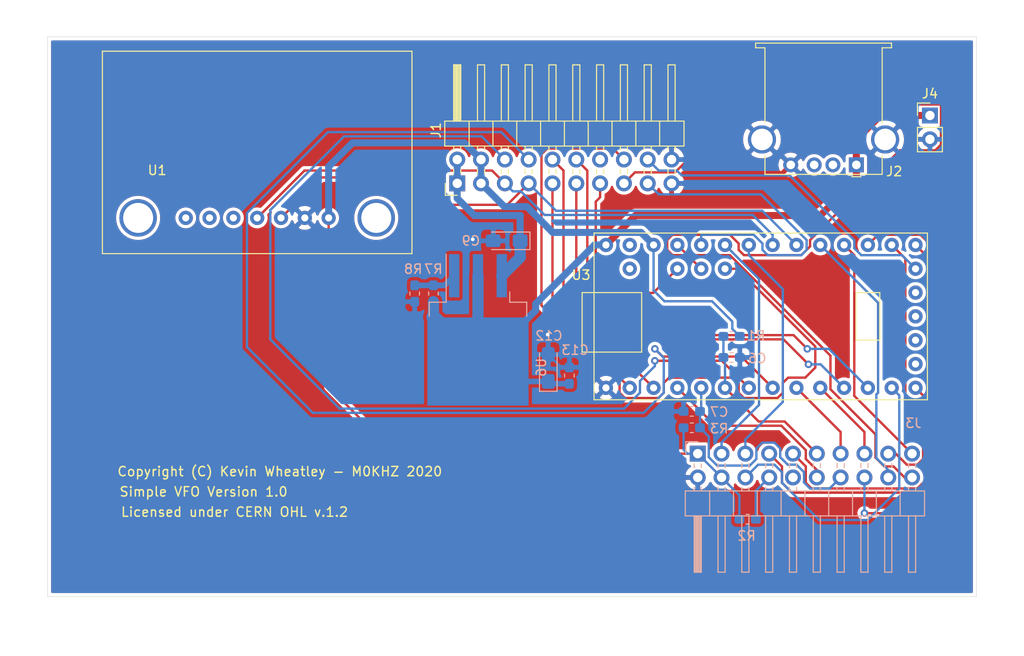
<source format=kicad_pcb>
(kicad_pcb (version 20171130) (host pcbnew "(5.1.4-0)")
  (layers (0 F.Cu signal) (31 B.Cu signal) (34 B.Paste user) (35 F.Paste user) (36 B.SilkS user) (37 F.SilkS user) (38 B.Mask user) (39 F.Mask user) (44 Edge.Cuts user))
  (net 0 "")
  (net 1 ENC_A)
  (net 2 ENC_B)
  (net 3 RAW)
  (net 4 "Net-(J2-Pad2)")
  (net 5 "Net-(J2-Pad3)")
  (net 6 +3V3)
  (net 7 CS)
  (net 8 DC_RS)
  (net 9 SDI_MOSI)
  (net 10 SCK)
  (net 11 "Net-(J3-Pad8)")
  (net 12 SDO_MOSO)
  (net 13 "Net-(J3-Pad10)")
  (net 14 ENC_SW)
  (net 15 btnRIGHT)
  (net 16 btnUP)
  (net 17 btnDOWN)
  (net 18 btnLEFT)
  (net 19 btnToneBurst)
  (net 20 "Net-(R7-Pad2)")
  (net 21 GPS_RX)
  (net 22 GPS_TX)
  (net 23 "Net-(U3-Pad15)")
  (net 24 "Net-(U3-Pad16)")
  (net 25 "Net-(U3-Pad17)")
  (net 26 "Net-(U3-Pad18)")
  (net 27 "Net-(U3-Pad32)")
  (net 28 "Net-(U3-Pad34)")
  (net 29 GNDD)
  (net 30 SCL)
  (net 31 SDA)
  (net 32 A14_DAC)
  (net 33 "Net-(J1-Pad14)")
  (net 34 +13V8)
  (net 35 AREF)
  (net 36 TX2)
  (net 37 A11)
  (net 38 RX2)
  (net 39 A10)
  (net 40 TX1)
  (net 41 RX1)
  (net 42 PIN22)
  (net 43 PIN6)
  (net 44 PIN5)
  (net 45 "Net-(U1-Pad3)")
  (net 46 "Net-(U1-Pad2)")
  (net 47 "Net-(U1-Pad1)")
  (module m0khz-footprint:Teensy_3_2 (layer F.Cu) (at 101.46 128.87)
    (fp_text reference U3 (at -17.894 -4.41 180) (layer F.SilkS))
    (fp_text value Teensy_3_2)
    (pad 1 thru_hole circle (at -15.24 7.62) (size 1.524 1.524) (drill 0.762) (layers *.Cu *.Mask) (net 29 GNDD))
    (pad 2 thru_hole circle (at -12.7 7.62) (size 1.524 1.524) (drill 0.762) (layers *.Cu *.Mask) (net 41 RX1))
    (pad 3 thru_hole circle (at -10.16 7.62) (size 1.524 1.524) (drill 0.762) (layers *.Cu *.Mask) (net 40 TX1))
    (pad 4 thru_hole circle (at -7.62 7.62) (size 1.524 1.524) (drill 0.762) (layers *.Cu *.Mask) (net 14 ENC_SW))
    (pad 5 thru_hole circle (at -5.08 7.62) (size 1.524 1.524) (drill 0.762) (layers *.Cu *.Mask) (net 2 ENC_B))
    (pad 6 thru_hole circle (at -2.54 7.62) (size 1.524 1.524) (drill 0.762) (layers *.Cu *.Mask) (net 1 ENC_A))
    (pad 7 thru_hole circle (at 0 7.62) (size 1.524 1.524) (drill 0.762) (layers *.Cu *.Mask) (net 44 PIN5))
    (pad 8 thru_hole circle (at 2.54 7.62) (size 1.524 1.524) (drill 0.762) (layers *.Cu *.Mask) (net 43 PIN6))
    (pad 9 thru_hole circle (at 5.08 7.62) (size 1.524 1.524) (drill 0.762) (layers *.Cu *.Mask) (net 21 GPS_RX))
    (pad 10 thru_hole circle (at 7.62 7.62) (size 1.524 1.524) (drill 0.762) (layers *.Cu *.Mask) (net 22 GPS_TX))
    (pad 11 thru_hole circle (at 10.16 7.62) (size 1.524 1.524) (drill 0.762) (layers *.Cu *.Mask) (net 38 RX2))
    (pad 12 thru_hole circle (at 12.7 7.62) (size 1.524 1.524) (drill 0.762) (layers *.Cu *.Mask) (net 36 TX2))
    (pad 13 thru_hole circle (at 15.24 7.62) (size 1.524 1.524) (drill 0.762) (layers *.Cu *.Mask) (net 9 SDI_MOSI))
    (pad 14 thru_hole circle (at 17.78 7.62) (size 1.524 1.524) (drill 0.762) (layers *.Cu *.Mask) (net 12 SDO_MOSO))
    (pad 15 thru_hole circle (at 17.78 5.08) (size 1.524 1.524) (drill 0.762) (layers *.Cu *.Mask) (net 23 "Net-(U3-Pad15)"))
    (pad 16 thru_hole circle (at 17.78 2.54) (size 1.524 1.524) (drill 0.762) (layers *.Cu *.Mask) (net 24 "Net-(U3-Pad16)"))
    (pad 17 thru_hole circle (at 17.78 0) (size 1.524 1.524) (drill 0.762) (layers *.Cu *.Mask) (net 25 "Net-(U3-Pad17)"))
    (pad 18 thru_hole circle (at 17.78 -2.54) (size 1.524 1.524) (drill 0.762) (layers *.Cu *.Mask) (net 26 "Net-(U3-Pad18)"))
    (pad 19 thru_hole circle (at 17.78 -5.08) (size 1.524 1.524) (drill 0.762) (layers *.Cu *.Mask) (net 32 A14_DAC))
    (pad 20 thru_hole circle (at 17.78 -7.62) (size 1.524 1.524) (drill 0.762) (layers *.Cu *.Mask) (net 10 SCK))
    (pad 21 thru_hole circle (at 15.24 -7.62) (size 1.524 1.524) (drill 0.762) (layers *.Cu *.Mask) (net 15 btnRIGHT))
    (pad 22 thru_hole circle (at 12.7 -7.62) (size 1.524 1.524) (drill 0.762) (layers *.Cu *.Mask) (net 16 btnUP))
    (pad 23 thru_hole circle (at 10.16 -7.62) (size 1.524 1.524) (drill 0.762) (layers *.Cu *.Mask) (net 17 btnDOWN))
    (pad 24 thru_hole circle (at 7.62 -7.62) (size 1.524 1.524) (drill 0.762) (layers *.Cu *.Mask) (net 18 btnLEFT))
    (pad 25 thru_hole circle (at 5.08 -7.62) (size 1.524 1.524) (drill 0.762) (layers *.Cu *.Mask) (net 31 SDA))
    (pad 26 thru_hole circle (at 2.54 -7.62) (size 1.524 1.524) (drill 0.762) (layers *.Cu *.Mask) (net 30 SCL))
    (pad 27 thru_hole circle (at 0 -7.62) (size 1.524 1.524) (drill 0.762) (layers *.Cu *.Mask) (net 8 DC_RS))
    (pad 28 thru_hole circle (at -2.54 -7.62) (size 1.524 1.524) (drill 0.762) (layers *.Cu *.Mask) (net 7 CS))
    (pad 29 thru_hole circle (at -5.08 -7.62) (size 1.524 1.524) (drill 0.762) (layers *.Cu *.Mask) (net 42 PIN22))
    (pad 30 thru_hole circle (at -7.62 -7.62) (size 1.524 1.524) (drill 0.762) (layers *.Cu *.Mask) (net 19 btnToneBurst))
    (pad 31 thru_hole circle (at -10.16 -7.62) (size 1.524 1.524) (drill 0.762) (layers *.Cu *.Mask) (net 6 +3V3))
    (pad 32 thru_hole circle (at -12.7 -7.62) (size 1.524 1.524) (drill 0.762) (layers *.Cu *.Mask) (net 27 "Net-(U3-Pad32)"))
    (pad 33 thru_hole circle (at -15.24 -7.62) (size 1.524 1.524) (drill 0.762) (layers *.Cu *.Mask) (net 3 RAW))
    (pad 34 thru_hole circle (at -12.7 -5.08) (size 1.524 1.524) (drill 0.762) (layers *.Cu *.Mask) (net 28 "Net-(U3-Pad34)"))
    (pad 35 thru_hole circle (at -7.62 -5.08) (size 1.524 1.524) (drill 0.762) (layers *.Cu *.Mask) (net 35 AREF))
    (pad 36 thru_hole circle (at -5.08 -5.08) (size 1.524 1.524) (drill 0.762) (layers *.Cu *.Mask) (net 39 A10))
    (pad 37 thru_hole circle (at -2.54 -5.08) (size 1.524 1.524) (drill 0.762) (layers *.Cu *.Mask) (net 37 A11))
  )
  (module m0khz-footprint:Adafruit_Si5351_Module (layer F.Cu) (at 45.212 113.284 90)
    (fp_text reference U1 (at 0 -6.858) (layer F.SilkS))
    (fp_text value Adafruit_Si5351_Module)
    (pad "" np_thru_hole circle (at -5.08 16.51 90) (size 4 4) (drill 3.2) (layers *.Cu *.Mask))
    (pad "" np_thru_hole circle (at -5.08 -8.89 90) (size 4 4) (drill 3.2) (layers *.Cu *.Mask))
    (pad 7 thru_hole circle (at -5.08 11.43 90) (size 1.524 1.524) (drill 0.762) (layers *.Cu *.Mask) (net 6 +3V3))
    (pad 6 thru_hole circle (at -5.08 8.89 90) (size 1.524 1.524) (drill 0.762) (layers *.Cu *.Mask) (net 29 GNDD))
    (pad 5 thru_hole circle (at -5.08 6.35 90) (size 1.524 1.524) (drill 0.762) (layers *.Cu *.Mask) (net 31 SDA))
    (pad 4 thru_hole circle (at -5.08 3.81 90) (size 1.524 1.524) (drill 0.762) (layers *.Cu *.Mask) (net 30 SCL))
    (pad 3 thru_hole circle (at -5.08 1.27 90) (size 1.524 1.524) (drill 0.762) (layers *.Cu *.Mask) (net 45 "Net-(U1-Pad3)"))
    (pad 2 thru_hole circle (at -5.08 -1.27 90) (size 1.524 1.524) (drill 0.762) (layers *.Cu *.Mask) (net 46 "Net-(U1-Pad2)"))
    (pad 1 thru_hole circle (at -5.08 -3.81 90) (size 1.524 1.524) (drill 0.762) (layers *.Cu *.Mask) (net 47 "Net-(U1-Pad1)"))
  )
  (module Connector_PinHeader_2.54mm:PinHeader_2x10_P2.54mm_Horizontal (layer F.Cu) (at 70.358 114.681 90)
    (fp_text reference J1 (at 5.655 -2.27 90) (layer F.SilkS))
    (fp_text value Conn)
    (pad 20 thru_hole oval (at 2.54 22.86 90) (size 1.7 1.7) (drill 1) (layers *.Cu *.Mask) (net 29 GNDD))
    (pad 19 thru_hole oval (at 0 22.86 90) (size 1.7 1.7) (drill 1) (layers *.Cu *.Mask) (net 29 GNDD))
    (pad 18 thru_hole oval (at 2.54 20.32 90) (size 1.7 1.7) (drill 1) (layers *.Cu *.Mask) (net 32 A14_DAC))
    (pad 17 thru_hole oval (at 0 20.32 90) (size 1.7 1.7) (drill 1) (layers *.Cu *.Mask) (net 42 PIN22))
    (pad 16 thru_hole oval (at 2.54 17.78 90) (size 1.7 1.7) (drill 1) (layers *.Cu *.Mask) (net 37 A11))
    (pad 15 thru_hole oval (at 0 17.78 90) (size 1.7 1.7) (drill 1) (layers *.Cu *.Mask) (net 39 A10))
    (pad 14 thru_hole oval (at 2.54 15.24 90) (size 1.7 1.7) (drill 1) (layers *.Cu *.Mask) (net 33 "Net-(J1-Pad14)"))
    (pad 13 thru_hole oval (at 0 15.24 90) (size 1.7 1.7) (drill 1) (layers *.Cu *.Mask) (net 35 AREF))
    (pad 12 thru_hole oval (at 2.54 12.7 90) (size 1.7 1.7) (drill 1) (layers *.Cu *.Mask) (net 36 TX2))
    (pad 11 thru_hole oval (at 0 12.7 90) (size 1.7 1.7) (drill 1) (layers *.Cu *.Mask) (net 38 RX2))
    (pad 10 thru_hole oval (at 2.54 10.16 90) (size 1.7 1.7) (drill 1) (layers *.Cu *.Mask) (net 40 TX1))
    (pad 9 thru_hole oval (at 0 10.16 90) (size 1.7 1.7) (drill 1) (layers *.Cu *.Mask) (net 41 RX1))
    (pad 8 thru_hole oval (at 2.54 7.62 90) (size 1.7 1.7) (drill 1) (layers *.Cu *.Mask) (net 43 PIN6))
    (pad 7 thru_hole oval (at 0 7.62 90) (size 1.7 1.7) (drill 1) (layers *.Cu *.Mask) (net 31 SDA))
    (pad 6 thru_hole oval (at 2.54 5.08 90) (size 1.7 1.7) (drill 1) (layers *.Cu *.Mask) (net 44 PIN5))
    (pad 5 thru_hole oval (at 0 5.08 90) (size 1.7 1.7) (drill 1) (layers *.Cu *.Mask) (net 30 SCL))
    (pad 4 thru_hole oval (at 2.54 2.54 90) (size 1.7 1.7) (drill 1) (layers *.Cu *.Mask) (net 6 +3V3))
    (pad 3 thru_hole oval (at 0 2.54 90) (size 1.7 1.7) (drill 1) (layers *.Cu *.Mask) (net 6 +3V3))
    (pad 2 thru_hole oval (at 2.54 0 90) (size 1.7 1.7) (drill 1) (layers *.Cu *.Mask) (net 34 +13V8))
    (pad 1 thru_hole rect (at 0 0 90) (size 1.7 1.7) (drill 1) (layers *.Cu *.Mask) (net 34 +13V8))
  )
  (module Capacitor_SMD:C_0603_1608Metric_Pad1.05x0.95mm_HandSolder (layer B.Cu) (at 99.625 133.25 180)
    (fp_text reference C6 (at -2.737 -0.1) (layer B.SilkS) (effects (justify mirror)))
    (fp_text value 100n)
    (pad 2 smd roundrect (at 0.875 0 180) (size 1.05 0.95) (layers B.Cu B.Paste B.Mask) (net 1 ENC_A))
    (pad 1 smd roundrect (at -0.875 0 180) (size 1.05 0.95) (layers B.Cu B.Paste B.Mask) (net 29 GNDD))
  )
  (module Capacitor_SMD:C_0603_1608Metric_Pad1.05x0.95mm_HandSolder (layer B.Cu) (at 95.375 139)
    (fp_text reference C7 (at 2.923 0.065) (layer B.SilkS) (effects (justify mirror)))
    (fp_text value 100n)
    (pad 1 smd roundrect (at -0.875 0) (size 1.05 0.95) (layers B.Cu B.Paste B.Mask) (net 29 GNDD))
    (pad 2 smd roundrect (at 0.875 0) (size 1.05 0.95) (layers B.Cu B.Paste B.Mask) (net 2 ENC_B))
  )
  (module Capacitor_Tantalum_SMD:CP_EIA-3216-12_Kemet-S_Pad1.58x1.35mm_HandSolder (layer B.Cu) (at 75.6325 120.808 180)
    (fp_text reference C9 (at 3.8125 0 180) (layer B.SilkS) (effects (justify mirror)))
    (fp_text value "10uF elec")
    (pad 1 smd roundrect (at -1.4375 0 180) (size 1.575 1.35) (layers B.Cu B.Paste B.Mask) (roundrect_rratio 0.185185) (net 34 +13V8))
    (pad 2 smd roundrect (at 1.4375 0 180) (size 1.575 1.35) (layers B.Cu B.Paste B.Mask) (roundrect_rratio 0.185185) (net 29 GNDD))
  )
  (module Capacitor_Tantalum_SMD:CP_EIA-3216-12_Kemet-S_Pad1.58x1.35mm_HandSolder (layer B.Cu) (at 80.07 134.3705 90)
    (fp_text reference C12 (at 3.4335 0.067) (layer B.SilkS) (effects (justify mirror)))
    (fp_text value "10uF Tant")
    (pad 2 smd roundrect (at 1.4375 0 90) (size 1.575 1.35) (layers B.Cu B.Paste B.Mask) (roundrect_rratio 0.185185) (net 29 GNDD))
    (pad 1 smd roundrect (at -1.4375 0 90) (size 1.575 1.35) (layers B.Cu B.Paste B.Mask) (roundrect_rratio 0.185185) (net 3 RAW))
  )
  (module Capacitor_SMD:C_0603_1608Metric_Pad1.05x0.95mm_HandSolder (layer B.Cu) (at 82.32 135.183 270)
    (fp_text reference C13 (at -2.722 -0.611) (layer B.SilkS) (effects (justify mirror)))
    (fp_text value 100n)
    (pad 1 smd roundrect (at -0.875 0 270) (size 1.05 0.95) (layers B.Cu B.Paste B.Mask) (net 29 GNDD))
    (pad 2 smd roundrect (at 0.875 0 270) (size 1.05 0.95) (layers B.Cu B.Paste B.Mask) (net 3 RAW))
  )
  (module Connector_USB:USB_A_Stewart_SS-52100-001_Horizontal (layer F.Cu) (at 112.93 112.71 180)
    (fp_text reference J2 (at -4.037 -0.701) (layer F.SilkS))
    (fp_text value USB_A)
    (pad 5 thru_hole circle (at 10.07 2.71 180) (size 3 3) (drill 2.3) (layers *.Cu *.Mask) (net 29 GNDD))
    (pad 5 thru_hole circle (at -3.07 2.71 180) (size 3 3) (drill 2.3) (layers *.Cu *.Mask) (net 29 GNDD))
    (pad 1 thru_hole rect (at 0 0 180) (size 1.6 1.6) (drill 0.92) (layers *.Cu *.Mask) (net 3 RAW))
    (pad 2 thru_hole circle (at 2.5 0 180) (size 1.6 1.6) (drill 0.92) (layers *.Cu *.Mask) (net 4 "Net-(J2-Pad2)"))
    (pad 3 thru_hole circle (at 4.5 0 180) (size 1.6 1.6) (drill 0.92) (layers *.Cu *.Mask) (net 5 "Net-(J2-Pad3)"))
    (pad 4 thru_hole circle (at 7 0 180) (size 1.6 1.6) (drill 0.92) (layers *.Cu *.Mask) (net 29 GNDD))
  )
  (module Capacitor_SMD:C_0603_1608Metric_Pad1.05x0.95mm_HandSolder (layer B.Cu) (at 99.625 131 180)
    (fp_text reference R1 (at -2.61 0.063) (layer B.SilkS) (effects (justify mirror)))
    (fp_text value 10K)
    (pad 1 smd roundrect (at -0.875 0 180) (size 1.05 0.95) (layers B.Cu B.Paste B.Mask) (net 6 +3V3))
    (pad 2 smd roundrect (at 0.875 0 180) (size 1.05 0.95) (layers B.Cu B.Paste B.Mask) (net 1 ENC_A))
  )
  (module Capacitor_SMD:C_0603_1608Metric_Pad1.05x0.95mm_HandSolder (layer B.Cu) (at 101.332 150.495)
    (fp_text reference R2 (at -0.113 1.778) (layer B.SilkS) (effects (justify mirror)))
    (fp_text value 100R)
    (pad 2 smd roundrect (at 0.875 0) (size 1.05 0.95) (layers B.Cu B.Paste B.Mask) (net 11 "Net-(J3-Pad8)"))
    (pad 1 smd roundrect (at -0.875 0) (size 1.05 0.95) (layers B.Cu B.Paste B.Mask) (net 6 +3V3))
  )
  (module Capacitor_SMD:C_0603_1608Metric_Pad1.05x0.95mm_HandSolder (layer B.Cu) (at 95.375 140.75)
    (fp_text reference R3 (at 2.923 0.093) (layer B.SilkS) (effects (justify mirror)))
    (fp_text value 10K)
    (pad 2 smd roundrect (at 0.875 0) (size 1.05 0.95) (layers B.Cu B.Paste B.Mask) (net 2 ENC_B))
    (pad 1 smd roundrect (at -0.875 0) (size 1.05 0.95) (layers B.Cu B.Paste B.Mask) (net 6 +3V3))
  )
  (module Capacitor_SMD:C_0603_1608Metric_Pad1.05x0.95mm_HandSolder (layer B.Cu) (at 67.82 126.433 90)
    (fp_text reference R7 (at 2.608 -0.002) (layer B.SilkS) (effects (justify mirror)))
    (fp_text value 120R)
    (pad 2 smd roundrect (at 0.875 0 90) (size 1.05 0.95) (layers B.Cu B.Paste B.Mask) (net 20 "Net-(R7-Pad2)"))
    (pad 1 smd roundrect (at -0.875 0 90) (size 1.05 0.95) (layers B.Cu B.Paste B.Mask) (net 3 RAW))
  )
  (module Capacitor_SMD:C_0603_1608Metric_Pad1.05x0.95mm_HandSolder (layer B.Cu) (at 65.82 126.433 270)
    (fp_text reference R8 (at -2.608 0.161) (layer B.SilkS) (effects (justify mirror)))
    (fp_text value 365R)
    (pad 1 smd roundrect (at -0.875 0 270) (size 1.05 0.95) (layers B.Cu B.Paste B.Mask) (net 20 "Net-(R7-Pad2)"))
    (pad 2 smd roundrect (at 0.875 0 270) (size 1.05 0.95) (layers B.Cu B.Paste B.Mask) (net 29 GNDD))
  )
  (module Package_TO_SOT_SMD:TO-263-3_TabPin2 (layer B.Cu) (at 72.57 130.308 270)
    (fp_text reference U6 (at 4 -6.75 270) (layer B.SilkS) (effects (justify mirror)))
    (fp_text value LT1085-ADJ)
    (pad 1 smd rect (at -5.775 2.54 270) (size 4.6 1.1) (layers B.Cu B.Paste B.Mask) (net 20 "Net-(R7-Pad2)"))
    (pad 2 smd rect (at -5.775 0 270) (size 4.6 1.1) (layers B.Cu B.Paste B.Mask) (net 3 RAW))
    (pad 3 smd rect (at -5.775 -2.54 270) (size 4.6 1.1) (layers B.Cu B.Paste B.Mask) (net 34 +13V8))
    (pad 2 smd rect (at 3.375 0 270) (size 9.4 10.8) (layers B.Cu B.Mask) (net 3 RAW))
  )
  (module Connector_PinHeader_2.54mm:PinHeader_2x10_P2.54mm_Horizontal (layer B.Cu) (at 96.012 143.51 270)
    (fp_text reference J3 (at -3.25 -23 180) (layer B.SilkS) (effects (justify mirror)))
    (fp_text value Conn)
    (pad 1 thru_hole rect (at 0 0 270) (size 1.7 1.7) (drill 1) (layers *.Cu *.Mask) (net 6 +3V3))
    (pad 2 thru_hole oval (at 2.54 0 270) (size 1.7 1.7) (drill 1) (layers *.Cu *.Mask) (net 29 GNDD))
    (pad 3 thru_hole oval (at 0 -2.54 270) (size 1.7 1.7) (drill 1) (layers *.Cu *.Mask) (net 7 CS))
    (pad 4 thru_hole oval (at 2.54 -2.54 270) (size 1.7 1.7) (drill 1) (layers *.Cu *.Mask) (net 6 +3V3))
    (pad 5 thru_hole oval (at 0 -5.08 270) (size 1.7 1.7) (drill 1) (layers *.Cu *.Mask) (net 8 DC_RS))
    (pad 6 thru_hole oval (at 2.54 -5.08 270) (size 1.7 1.7) (drill 1) (layers *.Cu *.Mask) (net 9 SDI_MOSI))
    (pad 7 thru_hole oval (at 0 -7.62 270) (size 1.7 1.7) (drill 1) (layers *.Cu *.Mask) (net 10 SCK))
    (pad 8 thru_hole oval (at 2.54 -7.62 270) (size 1.7 1.7) (drill 1) (layers *.Cu *.Mask) (net 11 "Net-(J3-Pad8)"))
    (pad 9 thru_hole oval (at 0 -10.16 270) (size 1.7 1.7) (drill 1) (layers *.Cu *.Mask) (net 12 SDO_MOSO))
    (pad 10 thru_hole oval (at 2.54 -10.16 270) (size 1.7 1.7) (drill 1) (layers *.Cu *.Mask) (net 13 "Net-(J3-Pad10)"))
    (pad 11 thru_hole oval (at 0 -12.7 270) (size 1.7 1.7) (drill 1) (layers *.Cu *.Mask) (net 1 ENC_A))
    (pad 12 thru_hole oval (at 2.54 -12.7 270) (size 1.7 1.7) (drill 1) (layers *.Cu *.Mask) (net 14 ENC_SW))
    (pad 13 thru_hole oval (at 0 -15.24 270) (size 1.7 1.7) (drill 1) (layers *.Cu *.Mask) (net 21 GPS_RX))
    (pad 14 thru_hole oval (at 2.54 -15.24 270) (size 1.7 1.7) (drill 1) (layers *.Cu *.Mask) (net 2 ENC_B))
    (pad 15 thru_hole oval (at 0 -17.78 270) (size 1.7 1.7) (drill 1) (layers *.Cu *.Mask) (net 22 GPS_TX))
    (pad 16 thru_hole oval (at 2.54 -17.78 270) (size 1.7 1.7) (drill 1) (layers *.Cu *.Mask) (net 16 btnUP))
    (pad 17 thru_hole oval (at 0 -20.32 270) (size 1.7 1.7) (drill 1) (layers *.Cu *.Mask) (net 15 btnRIGHT))
    (pad 18 thru_hole oval (at 2.54 -20.32 270) (size 1.7 1.7) (drill 1) (layers *.Cu *.Mask) (net 18 btnLEFT))
    (pad 19 thru_hole oval (at 0 -22.86 270) (size 1.7 1.7) (drill 1) (layers *.Cu *.Mask) (net 17 btnDOWN))
    (pad 20 thru_hole oval (at 2.54 -22.86 270) (size 1.7 1.7) (drill 1) (layers *.Cu *.Mask) (net 19 btnToneBurst))
  )
  (module Connector_PinHeader_2.54mm:PinHeader_1x02_P2.54mm_Vertical (layer F.Cu) (at 120.777 107.442)
    (fp_text reference J4 (at 0 -2.33) (layer F.SilkS))
    (fp_text value Conn)
    (pad 1 thru_hole rect (at 0 0) (size 1.7 1.7) (drill 1) (layers *.Cu *.Mask) (net 3 RAW))
    (pad 2 thru_hole oval (at 0 2.54) (size 1.7 1.7) (drill 1) (layers *.Cu *.Mask) (net 29 GNDD))
  )
  (gr_text "Licensed under CERN OHL v.1.2" (at 46.609 149.733) (layer F.SilkS) (effects (font (size 1 1))))
  (gr_text "Simple VFO Version 1.0" (at 43.307 147.574) (layer F.SilkS) (effects (font (size 1 1))))
  (gr_text "Copyright (C) Kevin Wheatley - M0KHZ 2020" (at 51.435 145.415) (layer F.SilkS) (effects (font (size 1 1))))
  (gr_line (start 26.67 99.06) (end 26.67 158.75) (layer Edge.Cuts) (width 0.05))
  (gr_line (start 125.73 99.06) (end 26.67 99.06) (layer Edge.Cuts) (width 0.05))
  (gr_line (start 125.73 158.75) (end 125.73 99.06) (layer Edge.Cuts) (width 0.05))
  (gr_line (start 26.67 158.75) (end 125.73 158.75) (layer Edge.Cuts) (width 0.05))
  (segment (start 81.445 134.308) (end 80.07 132.933) (width 0.25) (layer B.Cu) (net 29))
  (segment (start 82.32 134.308) (end 81.445 134.308) (width 0.25) (layer B.Cu) (net 29))
  (segment (start 98.75 136.32) (end 98.92 136.49) (width 0.25) (layer B.Cu) (net 1))
  (segment (start 99.681999 137.251999) (end 98.92 136.49) (width 0.25) (layer F.Cu) (net 1))
  (segment (start 102.511 140.081) (end 99.681999 137.251999) (width 0.25) (layer F.Cu) (net 1))
  (segment (start 105.283 140.081) (end 102.511 140.081) (width 0.25) (layer F.Cu) (net 1))
  (segment (start 108.712 143.51) (end 105.283 140.081) (width 0.25) (layer F.Cu) (net 1))
  (segment (start 98.92 133.42) (end 98.75 133.25) (width 0.25) (layer B.Cu) (net 1))
  (segment (start 98.92 136.49) (end 98.92 133.42) (width 0.25) (layer B.Cu) (net 1))
  (segment (start 98.75 133.25) (end 98.75 131) (width 0.25) (layer B.Cu) (net 1))
  (segment (start 96.25 136.62) (end 96.38 136.49) (width 0.25) (layer B.Cu) (net 2))
  (segment (start 96.38 138.87) (end 96.25 139) (width 0.25) (layer B.Cu) (net 2))
  (segment (start 96.38 136.49) (end 96.38 138.87) (width 0.25) (layer B.Cu) (net 2))
  (segment (start 96.25 139) (end 96.25 140.75) (width 0.25) (layer B.Cu) (net 2))
  (segment (start 97.187001 141.687001) (end 96.749072 141.249072) (width 0.25) (layer B.Cu) (net 2))
  (segment (start 96.749072 141.249072) (end 96.25 140.75) (width 0.25) (layer B.Cu) (net 2))
  (segment (start 98.082998 144.78) (end 97.187001 143.884003) (width 0.25) (layer B.Cu) (net 2))
  (segment (start 101.561002 144.78) (end 98.082998 144.78) (width 0.25) (layer B.Cu) (net 2))
  (segment (start 102.267001 144.074001) (end 101.561002 144.78) (width 0.25) (layer B.Cu) (net 2))
  (segment (start 102.878001 142.334999) (end 102.267001 142.945999) (width 0.25) (layer B.Cu) (net 2))
  (segment (start 104.196001 142.334999) (end 102.878001 142.334999) (width 0.25) (layer B.Cu) (net 2))
  (segment (start 104.807001 142.945999) (end 104.196001 142.334999) (width 0.25) (layer B.Cu) (net 2))
  (segment (start 104.807001 143.884003) (end 104.807001 142.945999) (width 0.25) (layer B.Cu) (net 2))
  (segment (start 105.607999 144.685001) (end 104.807001 143.884003) (width 0.25) (layer B.Cu) (net 2))
  (segment (start 102.267001 142.945999) (end 102.267001 144.074001) (width 0.25) (layer B.Cu) (net 2))
  (segment (start 107.347001 145.485999) (end 106.546003 144.685001) (width 0.25) (layer B.Cu) (net 2))
  (segment (start 107.347001 146.590001) (end 107.347001 145.485999) (width 0.25) (layer B.Cu) (net 2))
  (segment (start 106.546003 144.685001) (end 105.607999 144.685001) (width 0.25) (layer B.Cu) (net 2))
  (segment (start 107.982001 147.225001) (end 107.347001 146.590001) (width 0.25) (layer B.Cu) (net 2))
  (segment (start 97.187001 143.884003) (end 97.187001 141.687001) (width 0.25) (layer B.Cu) (net 2))
  (segment (start 110.076999 147.225001) (end 107.982001 147.225001) (width 0.25) (layer B.Cu) (net 2))
  (segment (start 111.252 146.05) (end 110.076999 147.225001) (width 0.25) (layer B.Cu) (net 2))
  (segment (start 112.93 112.71) (end 112.93 112.619998) (width 1.5) (layer B.Cu) (net 3))
  (segment (start 77.07 122.573) (end 75.11 124.533) (width 1.2) (layer B.Cu) (net 34))
  (segment (start 77.07 120.808) (end 77.07 122.573) (width 1.2) (layer B.Cu) (net 34))
  (segment (start 119.177 107.442) (end 120.777 107.442) (width 0.75) (layer F.Cu) (net 3))
  (segment (start 115.486998 107.442) (end 119.177 107.442) (width 0.75) (layer F.Cu) (net 3))
  (segment (start 112.93 109.998998) (end 115.486998 107.442) (width 0.75) (layer F.Cu) (net 3))
  (segment (start 112.93 112.71) (end 112.93 109.998998) (width 0.75) (layer F.Cu) (net 3))
  (segment (start 92.837 114.681) (end 92.789 114.681) (width 0.25) (layer F.Cu) (net 29))
  (segment (start 72.57 124.533) (end 72.57 133.683) (width 1.2) (layer B.Cu) (net 3))
  (segment (start 67.82 128.933) (end 72.57 133.683) (width 1.5) (layer B.Cu) (net 3))
  (segment (start 67.82 127.308) (end 67.82 128.933) (width 1.2) (layer B.Cu) (net 3))
  (segment (start 74.695 135.808) (end 72.57 133.683) (width 0.6) (layer B.Cu) (net 3))
  (segment (start 80.07 135.808) (end 74.695 135.808) (width 0.6) (layer B.Cu) (net 3))
  (segment (start 80.32 136.058) (end 80.07 135.808) (width 0.6) (layer B.Cu) (net 3))
  (segment (start 82.32 136.058) (end 80.32 136.058) (width 0.6) (layer B.Cu) (net 3))
  (segment (start 112.93 114.26) (end 109.08 118.11) (width 0.75) (layer F.Cu) (net 3))
  (segment (start 112.93 112.71) (end 112.93 114.26) (width 0.75) (layer F.Cu) (net 3))
  (segment (start 89.36 118.11) (end 86.22 121.25) (width 0.75) (layer F.Cu) (net 3))
  (segment (start 109.08 118.11) (end 89.36 118.11) (width 0.75) (layer F.Cu) (net 3))
  (segment (start 78.72 128.233) (end 73.27 133.683) (width 0.75) (layer B.Cu) (net 3))
  (segment (start 78.72 127.533) (end 78.72 128.233) (width 0.75) (layer B.Cu) (net 3))
  (segment (start 73.27 133.683) (end 72.57 133.683) (width 0.75) (layer B.Cu) (net 3))
  (segment (start 85.003 121.25) (end 78.72 127.533) (width 0.75) (layer B.Cu) (net 3))
  (segment (start 86.22 121.25) (end 85.003 121.25) (width 0.75) (layer B.Cu) (net 3))
  (segment (start 100.457 147.955) (end 98.552 146.05) (width 0.25) (layer B.Cu) (net 6))
  (segment (start 100.457 150.495) (end 100.457 147.955) (width 0.25) (layer B.Cu) (net 6))
  (segment (start 98.552 146.05) (end 96.012 143.51) (width 0.25) (layer B.Cu) (net 6))
  (segment (start 94.5 141.325) (end 94.5 140.75) (width 0.25) (layer B.Cu) (net 6))
  (segment (start 94.912 143.51) (end 94.5 143.098) (width 0.25) (layer B.Cu) (net 6))
  (segment (start 94.5 143.098) (end 94.5 141.325) (width 0.25) (layer B.Cu) (net 6))
  (segment (start 96.012 143.51) (end 94.912 143.51) (width 0.25) (layer B.Cu) (net 6))
  (segment (start 99.401999 146.899999) (end 98.552 146.05) (width 0.25) (layer F.Cu) (net 6))
  (segment (start 72.898 112.141) (end 72.898 114.681) (width 0.75) (layer B.Cu) (net 6))
  (segment (start 75.37699 117.15999) (end 77.78999 117.15999) (width 0.75) (layer B.Cu) (net 6))
  (segment (start 72.898 114.681) (end 75.37699 117.15999) (width 0.75) (layer B.Cu) (net 6))
  (segment (start 80.542999 119.912999) (end 89.962999 119.912999) (width 0.75) (layer B.Cu) (net 6))
  (segment (start 90.538001 120.488001) (end 91.3 121.25) (width 0.75) (layer B.Cu) (net 6))
  (segment (start 89.962999 119.912999) (end 90.538001 120.488001) (width 0.75) (layer B.Cu) (net 6))
  (segment (start 77.78999 117.15999) (end 80.542999 119.912999) (width 0.75) (layer B.Cu) (net 6))
  (segment (start 72.048001 111.291001) (end 72.898 112.141) (width 0.75) (layer B.Cu) (net 6))
  (segment (start 71.12 110.363) (end 72.048001 111.291001) (width 0.75) (layer B.Cu) (net 6))
  (segment (start 60.579 110.363) (end 71.12 110.363) (width 0.75) (layer B.Cu) (net 6))
  (segment (start 96.012 143.51) (end 77.724 143.51) (width 0.25) (layer F.Cu) (net 6))
  (segment (start 97.536 127.254) (end 92.456 127.254) (width 0.25) (layer B.Cu) (net 6))
  (segment (start 92.456 127.254) (end 91.3 126.098) (width 0.25) (layer B.Cu) (net 6))
  (segment (start 91.3 126.098) (end 91.3 121.25) (width 0.25) (layer B.Cu) (net 6))
  (segment (start 99.69999 129.41799) (end 97.536 127.254) (width 0.25) (layer B.Cu) (net 6))
  (segment (start 99.69999 130.19999) (end 99.69999 129.41799) (width 0.25) (layer B.Cu) (net 6))
  (segment (start 100.5 131) (end 99.69999 130.19999) (width 0.25) (layer B.Cu) (net 6))
  (segment (start 77.724 143.51) (end 75.057 140.843) (width 0.25) (layer F.Cu) (net 6))
  (segment (start 75.057 140.843) (end 61.087 140.843) (width 0.25) (layer F.Cu) (net 6))
  (segment (start 75.057 140.843) (end 74.93 140.716) (width 0.25) (layer F.Cu) (net 6))
  (segment (start 61.087 140.843) (end 56.642 136.398) (width 0.25) (layer F.Cu) (net 6))
  (segment (start 56.642 136.398) (end 56.642 118.364) (width 0.25) (layer F.Cu) (net 6))
  (segment (start 60.579 110.363) (end 59.182 110.363) (width 0.75) (layer B.Cu) (net 6))
  (segment (start 56.642 112.903) (end 56.642 118.364) (width 0.75) (layer B.Cu) (net 6))
  (segment (start 59.182 110.363) (end 56.642 112.903) (width 0.75) (layer B.Cu) (net 6))
  (segment (start 99.681999 122.011999) (end 98.92 121.25) (width 0.25) (layer B.Cu) (net 7))
  (segment (start 102.547001 138.312918) (end 102.547001 124.877001) (width 0.25) (layer B.Cu) (net 7))
  (segment (start 102.547001 124.877001) (end 99.681999 122.011999) (width 0.25) (layer B.Cu) (net 7))
  (segment (start 98.552 142.307919) (end 102.547001 138.312918) (width 0.25) (layer B.Cu) (net 7))
  (segment (start 98.552 143.51) (end 98.552 142.307919) (width 0.25) (layer B.Cu) (net 7))
  (segment (start 105.087001 125.954631) (end 105.087001 137.990999) (width 0.25) (layer B.Cu) (net 8))
  (segment (start 101.46 122.32763) (end 105.087001 125.954631) (width 0.25) (layer B.Cu) (net 8))
  (segment (start 101.46 121.25) (end 101.46 122.32763) (width 0.25) (layer B.Cu) (net 8))
  (segment (start 101.092 141.986) (end 101.092 143.51) (width 0.25) (layer B.Cu) (net 8))
  (segment (start 105.087001 137.990999) (end 101.092 141.986) (width 0.25) (layer B.Cu) (net 8))
  (segment (start 117.461999 137.251999) (end 116.7 136.49) (width 0.25) (layer B.Cu) (net 9))
  (segment (start 117.507001 137.297001) (end 117.461999 137.251999) (width 0.25) (layer B.Cu) (net 9))
  (segment (start 117.507001 147.218001) (end 117.507001 137.297001) (width 0.25) (layer B.Cu) (net 9))
  (segment (start 108.967999 150.585001) (end 114.140001 150.585001) (width 0.25) (layer B.Cu) (net 9))
  (segment (start 104.996999 145.485999) (end 104.996999 146.614001) (width 0.25) (layer B.Cu) (net 9))
  (segment (start 114.140001 150.585001) (end 117.507001 147.218001) (width 0.25) (layer B.Cu) (net 9))
  (segment (start 104.196001 144.685001) (end 104.996999 145.485999) (width 0.25) (layer B.Cu) (net 9))
  (segment (start 102.456999 144.685001) (end 104.196001 144.685001) (width 0.25) (layer B.Cu) (net 9))
  (segment (start 104.996999 146.614001) (end 108.967999 150.585001) (width 0.25) (layer B.Cu) (net 9))
  (segment (start 101.092 146.05) (end 102.456999 144.685001) (width 0.25) (layer B.Cu) (net 9))
  (segment (start 120.001999 122.011999) (end 119.24 121.25) (width 0.25) (layer F.Cu) (net 10))
  (segment (start 120.947021 146.350391) (end 120.947021 122.957021) (width 0.25) (layer F.Cu) (net 10))
  (segment (start 119.622402 147.67501) (end 120.947021 146.350391) (width 0.25) (layer F.Cu) (net 10))
  (segment (start 106.058008 147.67501) (end 119.622402 147.67501) (width 0.25) (layer F.Cu) (net 10))
  (segment (start 104.996999 146.614001) (end 106.058008 147.67501) (width 0.25) (layer F.Cu) (net 10))
  (segment (start 120.947021 122.957021) (end 120.001999 122.011999) (width 0.25) (layer F.Cu) (net 10))
  (segment (start 104.996999 144.874999) (end 104.996999 146.614001) (width 0.25) (layer F.Cu) (net 10))
  (segment (start 103.632 143.51) (end 104.996999 144.874999) (width 0.25) (layer F.Cu) (net 10))
  (segment (start 102.207 147.475) (end 103.632 146.05) (width 0.25) (layer B.Cu) (net 11))
  (segment (start 102.207 150.495) (end 102.207 147.475) (width 0.25) (layer B.Cu) (net 11))
  (segment (start 120.001999 137.251999) (end 119.24 136.49) (width 0.25) (layer F.Cu) (net 12))
  (segment (start 120.497011 137.747011) (end 120.001999 137.251999) (width 0.25) (layer F.Cu) (net 12))
  (segment (start 119.436001 147.225001) (end 120.497011 146.163991) (width 0.25) (layer F.Cu) (net 12))
  (segment (start 120.497011 146.163991) (end 120.497011 137.747011) (width 0.25) (layer F.Cu) (net 12))
  (segment (start 108.147999 147.225001) (end 119.436001 147.225001) (width 0.25) (layer F.Cu) (net 12))
  (segment (start 107.536999 146.614001) (end 108.147999 147.225001) (width 0.25) (layer F.Cu) (net 12))
  (segment (start 107.536999 144.874999) (end 107.536999 146.614001) (width 0.25) (layer F.Cu) (net 12))
  (segment (start 106.172 143.51) (end 107.536999 144.874999) (width 0.25) (layer F.Cu) (net 12))
  (segment (start 94.601999 137.251999) (end 93.84 136.49) (width 0.25) (layer F.Cu) (net 14))
  (segment (start 104.932012 140.53101) (end 97.88101 140.53101) (width 0.25) (layer F.Cu) (net 14))
  (segment (start 107.536999 143.135997) (end 104.932012 140.53101) (width 0.25) (layer F.Cu) (net 14))
  (segment (start 107.536999 144.074001) (end 107.536999 143.135997) (width 0.25) (layer F.Cu) (net 14))
  (segment (start 108.712 145.249002) (end 107.536999 144.074001) (width 0.25) (layer F.Cu) (net 14))
  (segment (start 97.88101 140.53101) (end 94.601999 137.251999) (width 0.25) (layer F.Cu) (net 14))
  (segment (start 108.712 146.05) (end 108.712 145.249002) (width 0.25) (layer F.Cu) (net 14))
  (segment (start 120.047001 144.074001) (end 120.047001 141.445763) (width 0.25) (layer F.Cu) (net 15))
  (segment (start 119.436001 144.685001) (end 120.047001 144.074001) (width 0.25) (layer F.Cu) (net 15))
  (segment (start 117.132998 143.51) (end 118.307999 144.685001) (width 0.25) (layer F.Cu) (net 15))
  (segment (start 118.307999 144.685001) (end 119.436001 144.685001) (width 0.25) (layer F.Cu) (net 15))
  (segment (start 116.332 143.51) (end 117.132998 143.51) (width 0.25) (layer F.Cu) (net 15))
  (segment (start 117.461999 122.011999) (end 116.7 121.25) (width 0.25) (layer F.Cu) (net 15))
  (segment (start 118.152999 122.702999) (end 117.461999 122.011999) (width 0.25) (layer F.Cu) (net 15))
  (segment (start 118.152999 139.551761) (end 118.152999 122.702999) (width 0.25) (layer F.Cu) (net 15))
  (segment (start 120.047001 141.445763) (end 118.152999 139.551761) (width 0.25) (layer F.Cu) (net 15))
  (segment (start 121.397031 121.798269) (end 121.39703 146.536792) (width 0.25) (layer F.Cu) (net 16))
  (segment (start 119.761761 120.162999) (end 121.397031 121.798269) (width 0.25) (layer F.Cu) (net 16))
  (segment (start 115.247001 120.162999) (end 119.761761 120.162999) (width 0.25) (layer F.Cu) (net 16))
  (segment (start 121.39703 146.536792) (end 118.073822 149.86) (width 0.25) (layer F.Cu) (net 16))
  (segment (start 114.16 121.25) (end 115.247001 120.162999) (width 0.25) (layer F.Cu) (net 16))
  (segment (start 118.073822 149.86) (end 113.792 149.86) (width 0.25) (layer F.Cu) (net 16))
  (via (at 113.792 149.86) (size 0.8) (drill 0.4) (layers F.Cu B.Cu) (net 16))
  (segment (start 113.792 149.86) (end 113.792 146.05) (width 0.25) (layer B.Cu) (net 16))
  (segment (start 112.707001 122.337001) (end 112.381999 122.011999) (width 0.25) (layer F.Cu) (net 17))
  (segment (start 112.381999 122.011999) (end 111.62 121.25) (width 0.25) (layer F.Cu) (net 17))
  (segment (start 112.707001 137.345001) (end 112.707001 122.337001) (width 0.25) (layer F.Cu) (net 17))
  (segment (start 118.872 143.51) (end 112.707001 137.345001) (width 0.25) (layer F.Cu) (net 17))
  (segment (start 109.841999 122.011999) (end 109.08 121.25) (width 0.25) (layer B.Cu) (net 18))
  (segment (start 115.247001 127.417001) (end 109.841999 122.011999) (width 0.25) (layer B.Cu) (net 18))
  (segment (start 115.247001 137.011761) (end 115.247001 127.417001) (width 0.25) (layer B.Cu) (net 18))
  (segment (start 115.062 143.979002) (end 115.062 137.196762) (width 0.25) (layer B.Cu) (net 18))
  (segment (start 115.062 137.196762) (end 115.247001 137.011761) (width 0.25) (layer B.Cu) (net 18))
  (segment (start 116.332 145.249002) (end 115.062 143.979002) (width 0.25) (layer B.Cu) (net 18))
  (segment (start 116.332 146.05) (end 116.332 145.249002) (width 0.25) (layer B.Cu) (net 18))
  (segment (start 94.601999 122.011999) (end 93.84 121.25) (width 0.25) (layer F.Cu) (net 19))
  (segment (start 94.927001 122.337001) (end 94.601999 122.011999) (width 0.25) (layer F.Cu) (net 19))
  (segment (start 99.441761 122.337001) (end 94.927001 122.337001) (width 0.25) (layer F.Cu) (net 19))
  (segment (start 110.167001 133.062241) (end 99.441761 122.337001) (width 0.25) (layer F.Cu) (net 19))
  (segment (start 110.167001 136.645763) (end 110.167001 133.062241) (width 0.25) (layer F.Cu) (net 19))
  (segment (start 115.918999 144.874999) (end 114.967001 143.923001) (width 0.25) (layer F.Cu) (net 19))
  (segment (start 114.967001 141.445763) (end 110.167001 136.645763) (width 0.25) (layer F.Cu) (net 19))
  (segment (start 116.896001 144.874999) (end 115.918999 144.874999) (width 0.25) (layer F.Cu) (net 19))
  (segment (start 118.071002 146.05) (end 116.896001 144.874999) (width 0.25) (layer F.Cu) (net 19))
  (segment (start 114.967001 143.923001) (end 114.967001 141.445763) (width 0.25) (layer F.Cu) (net 19))
  (segment (start 118.872 146.05) (end 118.071002 146.05) (width 0.25) (layer F.Cu) (net 19))
  (segment (start 69.005 125.558) (end 70.03 124.533) (width 0.6) (layer B.Cu) (net 20))
  (segment (start 67.82 125.558) (end 69.005 125.558) (width 0.6) (layer B.Cu) (net 20))
  (segment (start 67.82 125.558) (end 65.82 125.558) (width 0.6) (layer B.Cu) (net 20))
  (segment (start 111.252 141.202) (end 106.54 136.49) (width 0.25) (layer F.Cu) (net 21))
  (segment (start 111.252 143.51) (end 111.252 141.202) (width 0.25) (layer F.Cu) (net 21))
  (segment (start 113.792 141.202) (end 109.08 136.49) (width 0.25) (layer F.Cu) (net 22))
  (segment (start 113.792 143.51) (end 113.792 141.202) (width 0.25) (layer F.Cu) (net 22))
  (via (at 80.01 130.81) (size 0.8) (drill 0.4) (layers F.Cu B.Cu) (net 29))
  (via (at 72.009 120.65) (size 0.8) (drill 0.4) (layers F.Cu B.Cu) (net 29))
  (segment (start 76.287999 115.530999) (end 75.438 114.681) (width 0.25) (layer B.Cu) (net 30))
  (segment (start 77.150961 115.530999) (end 76.287999 115.530999) (width 0.25) (layer B.Cu) (net 30))
  (segment (start 79.671972 118.05201) (end 77.150961 115.530999) (width 0.25) (layer B.Cu) (net 30))
  (segment (start 101.87964 118.05201) (end 79.671972 118.05201) (width 0.25) (layer B.Cu) (net 30))
  (segment (start 104 120.17237) (end 101.87964 118.05201) (width 0.25) (layer B.Cu) (net 30))
  (segment (start 104 121.25) (end 104 120.17237) (width 0.25) (layer B.Cu) (net 30))
  (segment (start 75.438 114.681) (end 74.262999 113.505999) (width 0.25) (layer F.Cu) (net 30))
  (segment (start 54.069999 113.316001) (end 74.073001 113.316001) (width 0.25) (layer F.Cu) (net 30))
  (segment (start 74.073001 113.316001) (end 74.262999 113.505999) (width 0.25) (layer F.Cu) (net 30))
  (segment (start 49.022 118.364) (end 54.069999 113.316001) (width 0.25) (layer F.Cu) (net 30))
  (segment (start 80.899 117.602) (end 78.827999 115.530999) (width 0.25) (layer B.Cu) (net 31))
  (segment (start 102.892 117.602) (end 80.899 117.602) (width 0.25) (layer B.Cu) (net 31))
  (segment (start 78.827999 115.530999) (end 77.978 114.681) (width 0.25) (layer B.Cu) (net 31))
  (segment (start 106.54 121.25) (end 102.892 117.602) (width 0.25) (layer B.Cu) (net 31))
  (segment (start 77.978 114.681) (end 75.692 116.967) (width 0.25) (layer F.Cu) (net 31))
  (segment (start 65.405 116.967) (end 62.484 114.046) (width 0.25) (layer F.Cu) (net 31))
  (segment (start 75.692 116.967) (end 65.405 116.967) (width 0.25) (layer F.Cu) (net 31))
  (segment (start 55.88 114.046) (end 62.484 114.046) (width 0.25) (layer F.Cu) (net 31))
  (segment (start 51.562 118.364) (end 55.88 114.046) (width 0.25) (layer F.Cu) (net 31))
  (segment (start 91.853001 113.316001) (end 91.527999 112.990999) (width 0.25) (layer B.Cu) (net 32))
  (segment (start 93.782001 113.316001) (end 91.853001 113.316001) (width 0.25) (layer B.Cu) (net 32))
  (segment (start 94.301001 113.835001) (end 93.782001 113.316001) (width 0.25) (layer B.Cu) (net 32))
  (segment (start 112.707001 120.728239) (end 105.813763 113.835001) (width 0.25) (layer B.Cu) (net 32))
  (segment (start 113.447001 122.337001) (end 112.707001 121.597001) (width 0.25) (layer B.Cu) (net 32))
  (segment (start 117.787001 122.337001) (end 113.447001 122.337001) (width 0.25) (layer B.Cu) (net 32))
  (segment (start 91.527999 112.990999) (end 90.678 112.141) (width 0.25) (layer B.Cu) (net 32))
  (segment (start 105.813763 113.835001) (end 94.301001 113.835001) (width 0.25) (layer B.Cu) (net 32))
  (segment (start 112.707001 121.597001) (end 112.707001 120.728239) (width 0.25) (layer B.Cu) (net 32))
  (segment (start 119.24 123.79) (end 117.787001 122.337001) (width 0.25) (layer B.Cu) (net 32))
  (segment (start 70.358 112.141) (end 70.358 114.681) (width 0.75) (layer B.Cu) (net 34))
  (segment (start 77.089 118.11) (end 77.07 118.129) (width 0.75) (layer B.Cu) (net 34))
  (segment (start 77.07 118.129) (end 77.07 120.808) (width 0.75) (layer B.Cu) (net 34))
  (segment (start 72.187 118.11) (end 77.089 118.11) (width 0.75) (layer B.Cu) (net 34))
  (segment (start 70.358 116.281) (end 72.187 118.11) (width 0.75) (layer B.Cu) (net 34))
  (segment (start 70.358 114.681) (end 70.358 116.281) (width 0.75) (layer B.Cu) (net 34))
  (segment (start 93.84 123.79) (end 91.265 126.365) (width 0.25) (layer F.Cu) (net 35))
  (segment (start 85.132999 116.628999) (end 85.598 116.163998) (width 0.25) (layer F.Cu) (net 35))
  (segment (start 85.598 116.163998) (end 85.598 114.681) (width 0.25) (layer F.Cu) (net 35))
  (segment (start 86.487 126.365) (end 85.132999 125.010999) (width 0.25) (layer F.Cu) (net 35))
  (segment (start 91.265 126.365) (end 86.487 126.365) (width 0.25) (layer F.Cu) (net 35))
  (segment (start 85.132999 125.010999) (end 85.132999 116.628999) (width 0.25) (layer F.Cu) (net 35))
  (segment (start 114.16 136.49) (end 110.004 132.334) (width 0.25) (layer B.Cu) (net 36))
  (via (at 107.696 132.334) (size 0.8) (drill 0.4) (layers F.Cu B.Cu) (net 36))
  (segment (start 110.004 132.334) (end 107.696 132.334) (width 0.25) (layer B.Cu) (net 36))
  (segment (start 106.22999 130.86799) (end 88.95799 130.86799) (width 0.25) (layer F.Cu) (net 36))
  (segment (start 107.696 132.334) (end 106.22999 130.86799) (width 0.25) (layer F.Cu) (net 36))
  (segment (start 84.233001 113.316001) (end 83.907999 112.990999) (width 0.25) (layer F.Cu) (net 36))
  (segment (start 83.907999 112.990999) (end 83.058 112.141) (width 0.25) (layer F.Cu) (net 36))
  (segment (start 84.233001 126.143001) (end 84.233001 113.316001) (width 0.25) (layer F.Cu) (net 36))
  (segment (start 88.95799 130.86799) (end 84.233001 126.143001) (width 0.25) (layer F.Cu) (net 36))
  (segment (start 87.288001 111.291001) (end 88.138 112.141) (width 0.25) (layer F.Cu) (net 37))
  (segment (start 86.962999 110.965999) (end 87.288001 111.291001) (width 0.25) (layer F.Cu) (net 37))
  (segment (start 79.953999 110.965999) (end 86.962999 110.965999) (width 0.25) (layer F.Cu) (net 37))
  (segment (start 79.342999 111.576999) (end 79.953999 110.965999) (width 0.25) (layer F.Cu) (net 37))
  (segment (start 79.342999 127.709409) (end 79.342999 111.576999) (width 0.25) (layer F.Cu) (net 37))
  (segment (start 87.672999 136.039409) (end 79.342999 127.709409) (width 0.25) (layer F.Cu) (net 37))
  (segment (start 88.238239 137.577001) (end 87.672999 137.011761) (width 0.25) (layer F.Cu) (net 37))
  (segment (start 91.821761 137.577001) (end 88.238239 137.577001) (width 0.25) (layer F.Cu) (net 37))
  (segment (start 92.387001 137.011761) (end 91.821761 137.577001) (width 0.25) (layer F.Cu) (net 37))
  (segment (start 92.387001 135.968239) (end 92.387001 137.011761) (width 0.25) (layer F.Cu) (net 37))
  (segment (start 99.736589 135.402999) (end 92.952241 135.402999) (width 0.25) (layer F.Cu) (net 37))
  (segment (start 100.372999 136.039409) (end 99.736589 135.402999) (width 0.25) (layer F.Cu) (net 37))
  (segment (start 100.372999 137.011761) (end 100.372999 136.039409) (width 0.25) (layer F.Cu) (net 37))
  (segment (start 87.672999 137.011761) (end 87.672999 136.039409) (width 0.25) (layer F.Cu) (net 37))
  (segment (start 100.938239 137.577001) (end 100.372999 137.011761) (width 0.25) (layer F.Cu) (net 37))
  (segment (start 92.952241 135.402999) (end 92.387001 135.968239) (width 0.25) (layer F.Cu) (net 37))
  (segment (start 104.521761 137.577001) (end 100.938239 137.577001) (width 0.25) (layer F.Cu) (net 37))
  (segment (start 105.087001 135.968239) (end 105.087001 137.011761) (width 0.25) (layer F.Cu) (net 37))
  (segment (start 105.087001 137.011761) (end 104.521761 137.577001) (width 0.25) (layer F.Cu) (net 37))
  (segment (start 105.652241 135.402999) (end 105.087001 135.968239) (width 0.25) (layer F.Cu) (net 37))
  (segment (start 107.478003 135.402999) (end 105.652241 135.402999) (width 0.25) (layer F.Cu) (net 37))
  (segment (start 108.548001 134.333001) (end 107.478003 135.402999) (width 0.25) (layer F.Cu) (net 37))
  (segment (start 108.548001 132.079651) (end 108.548001 134.333001) (width 0.25) (layer F.Cu) (net 37))
  (segment (start 100.25835 123.79) (end 108.548001 132.079651) (width 0.25) (layer F.Cu) (net 37))
  (segment (start 98.92 123.79) (end 100.25835 123.79) (width 0.25) (layer F.Cu) (net 37))
  (segment (start 111.62 136.49) (end 109.115 133.985) (width 0.25) (layer B.Cu) (net 38))
  (via (at 107.823 133.985) (size 0.8) (drill 0.4) (layers F.Cu B.Cu) (net 38))
  (segment (start 109.115 133.985) (end 107.823 133.985) (width 0.25) (layer B.Cu) (net 38))
  (segment (start 107.823 133.985) (end 105.156 131.318) (width 0.25) (layer F.Cu) (net 38))
  (segment (start 105.156 131.318) (end 88.519 131.318) (width 0.25) (layer F.Cu) (net 38))
  (segment (start 83.058 125.857) (end 83.058 114.681) (width 0.25) (layer F.Cu) (net 38))
  (segment (start 88.519 131.318) (end 83.058 125.857) (width 0.25) (layer F.Cu) (net 38))
  (segment (start 88.987999 113.831001) (end 88.138 114.681) (width 0.25) (layer F.Cu) (net 39))
  (segment (start 89.313001 113.505999) (end 88.987999 113.831001) (width 0.25) (layer F.Cu) (net 39))
  (segment (start 93.592003 113.505999) (end 89.313001 113.505999) (width 0.25) (layer F.Cu) (net 39))
  (segment (start 100.831003 106.266999) (end 93.592003 113.505999) (width 0.25) (layer F.Cu) (net 39))
  (segment (start 121.887001 106.266999) (end 100.831003 106.266999) (width 0.25) (layer F.Cu) (net 39))
  (segment (start 121.952001 106.331999) (end 121.887001 106.266999) (width 0.25) (layer F.Cu) (net 39))
  (segment (start 121.952001 110.546001) (end 121.952001 106.331999) (width 0.25) (layer F.Cu) (net 39))
  (segment (start 121.341001 111.157001) (end 121.952001 110.546001) (width 0.25) (layer F.Cu) (net 39))
  (segment (start 117.564237 111.157001) (end 121.341001 111.157001) (width 0.25) (layer F.Cu) (net 39))
  (segment (start 107.992999 120.728239) (end 117.564237 111.157001) (width 0.25) (layer F.Cu) (net 39))
  (segment (start 107.061761 122.337001) (end 107.992999 121.405763) (width 0.25) (layer F.Cu) (net 39))
  (segment (start 100.938239 122.337001) (end 107.061761 122.337001) (width 0.25) (layer F.Cu) (net 39))
  (segment (start 100.372999 121.094237) (end 100.372999 121.771761) (width 0.25) (layer F.Cu) (net 39))
  (segment (start 99.441761 120.162999) (end 100.372999 121.094237) (width 0.25) (layer F.Cu) (net 39))
  (segment (start 100.372999 121.771761) (end 100.938239 122.337001) (width 0.25) (layer F.Cu) (net 39))
  (segment (start 93.318239 120.162999) (end 99.441761 120.162999) (width 0.25) (layer F.Cu) (net 39))
  (segment (start 92.752999 120.728239) (end 93.318239 120.162999) (width 0.25) (layer F.Cu) (net 39))
  (segment (start 92.752999 121.771761) (end 92.752999 120.728239) (width 0.25) (layer F.Cu) (net 39))
  (segment (start 93.318239 122.337001) (end 92.752999 121.771761) (width 0.25) (layer F.Cu) (net 39))
  (segment (start 94.290591 122.337001) (end 93.318239 122.337001) (width 0.25) (layer F.Cu) (net 39))
  (segment (start 94.981591 123.028001) (end 94.290591 122.337001) (width 0.25) (layer F.Cu) (net 39))
  (segment (start 95.618001 123.028001) (end 94.981591 123.028001) (width 0.25) (layer F.Cu) (net 39))
  (segment (start 107.992999 121.405763) (end 107.992999 120.728239) (width 0.25) (layer F.Cu) (net 39))
  (segment (start 96.38 123.79) (end 95.618001 123.028001) (width 0.25) (layer F.Cu) (net 39))
  (segment (start 91.3 136.49) (end 83.058 128.248) (width 0.25) (layer F.Cu) (net 40))
  (segment (start 83.058 128.248) (end 83.036 128.248) (width 0.25) (layer F.Cu) (net 40))
  (segment (start 81.367999 112.990999) (end 80.518 112.141) (width 0.25) (layer F.Cu) (net 40))
  (segment (start 81.693001 126.905001) (end 81.693001 113.316001) (width 0.25) (layer F.Cu) (net 40))
  (segment (start 81.693001 113.316001) (end 81.367999 112.990999) (width 0.25) (layer F.Cu) (net 40))
  (segment (start 83.036 128.248) (end 81.693001 126.905001) (width 0.25) (layer F.Cu) (net 40))
  (segment (start 80.518 128.248) (end 80.518 114.681) (width 0.25) (layer F.Cu) (net 41))
  (segment (start 88.76 136.49) (end 80.518 128.248) (width 0.25) (layer F.Cu) (net 41))
  (segment (start 91.527999 115.530999) (end 90.678 114.681) (width 0.25) (layer B.Cu) (net 42))
  (segment (start 91.853001 115.856001) (end 91.527999 115.530999) (width 0.25) (layer B.Cu) (net 42))
  (segment (start 107.627001 120.728239) (end 102.754763 115.856001) (width 0.25) (layer B.Cu) (net 42))
  (segment (start 107.627001 121.771761) (end 107.627001 120.728239) (width 0.25) (layer B.Cu) (net 42))
  (segment (start 103.478239 122.337001) (end 107.061761 122.337001) (width 0.25) (layer B.Cu) (net 42))
  (segment (start 102.912999 121.771761) (end 103.478239 122.337001) (width 0.25) (layer B.Cu) (net 42))
  (segment (start 102.912999 121.094237) (end 102.912999 121.771761) (width 0.25) (layer B.Cu) (net 42))
  (segment (start 101.981761 120.162999) (end 102.912999 121.094237) (width 0.25) (layer B.Cu) (net 42))
  (segment (start 102.754763 115.856001) (end 91.853001 115.856001) (width 0.25) (layer B.Cu) (net 42))
  (segment (start 96.389371 120.162999) (end 101.981761 120.162999) (width 0.25) (layer B.Cu) (net 42))
  (segment (start 96.38 120.17237) (end 96.389371 120.162999) (width 0.25) (layer B.Cu) (net 42))
  (segment (start 107.061761 122.337001) (end 107.627001 121.771761) (width 0.25) (layer B.Cu) (net 42))
  (segment (start 96.38 121.25) (end 96.38 120.17237) (width 0.25) (layer B.Cu) (net 42))
  (segment (start 100.66399 133.15399) (end 92.25999 133.15399) (width 0.25) (layer F.Cu) (net 43))
  (segment (start 104 136.49) (end 100.66399 133.15399) (width 0.25) (layer F.Cu) (net 43))
  (segment (start 92.25999 133.15399) (end 91.44 132.334) (width 0.25) (layer F.Cu) (net 43))
  (via (at 91.44 132.334) (size 0.8) (drill 0.4) (layers F.Cu B.Cu) (net 43))
  (segment (start 92.387001 133.281001) (end 91.839999 132.733999) (width 0.25) (layer B.Cu) (net 43))
  (segment (start 92.387001 137.011761) (end 92.387001 133.281001) (width 0.25) (layer B.Cu) (net 43))
  (segment (start 90.240751 139.158011) (end 92.387001 137.011761) (width 0.25) (layer B.Cu) (net 43))
  (segment (start 54.957011 139.158011) (end 90.240751 139.158011) (width 0.25) (layer B.Cu) (net 43))
  (segment (start 77.978 112.141) (end 75.04998 109.21298) (width 0.25) (layer B.Cu) (net 43))
  (segment (start 47.934999 117.842239) (end 47.934999 132.135999) (width 0.25) (layer B.Cu) (net 43))
  (segment (start 91.839999 132.733999) (end 91.44 132.334) (width 0.25) (layer B.Cu) (net 43))
  (segment (start 56.564258 109.21298) (end 47.934999 117.842239) (width 0.25) (layer B.Cu) (net 43))
  (segment (start 75.04998 109.21298) (end 56.564258 109.21298) (width 0.25) (layer B.Cu) (net 43))
  (segment (start 47.934999 132.135999) (end 54.957011 139.158011) (width 0.25) (layer B.Cu) (net 43))
  (segment (start 101.46 136.49) (end 98.574 133.604) (width 0.25) (layer F.Cu) (net 44))
  (segment (start 98.574 133.604) (end 91.44 133.604) (width 0.25) (layer F.Cu) (net 44))
  (via (at 91.44 133.604) (size 0.8) (drill 0.4) (layers F.Cu B.Cu) (net 44))
  (segment (start 91.44 134.169685) (end 91.44 133.604) (width 0.25) (layer B.Cu) (net 44))
  (segment (start 89.847001 137.011761) (end 89.847001 135.762684) (width 0.25) (layer B.Cu) (net 44))
  (segment (start 89.847001 135.762684) (end 91.44 134.169685) (width 0.25) (layer B.Cu) (net 44))
  (segment (start 88.150761 138.708001) (end 89.847001 137.011761) (width 0.25) (layer B.Cu) (net 44))
  (segment (start 57.809001 138.708001) (end 88.150761 138.708001) (width 0.25) (layer B.Cu) (net 44))
  (segment (start 50.419 131.318) (end 57.809001 138.708001) (width 0.25) (layer B.Cu) (net 44))
  (segment (start 75.438 112.141) (end 72.95999 109.66299) (width 0.25) (layer B.Cu) (net 44))
  (segment (start 50.419 117.53224) (end 50.419 131.318) (width 0.25) (layer B.Cu) (net 44))
  (segment (start 58.28825 109.66299) (end 50.419 117.53224) (width 0.25) (layer B.Cu) (net 44))
  (segment (start 72.95999 109.66299) (end 58.28825 109.66299) (width 0.25) (layer B.Cu) (net 44))
  (zone (net 29) (net_name GNDD) (layer B.Cu) (connect_pads (clearance 0.35)) (min_thickness 0.254) (fill yes (arc_segments 32) (thermal_gap 0.508) (thermal_bridge_width 0.508))
    (polygon (pts (xy 24.384 97.028) (xy 127.889 97.155) (xy 128.397 160.782) (xy 24.13 160.782) (xy 24.511 96.901)))
  )
  (zone (net 29) (net_name GNDD) (layer F.Cu) (connect_pads (clearance 0.35)) (min_thickness 0.254) (fill yes (arc_segments 32) (thermal_gap 0.508) (thermal_bridge_width 0.508))
    (polygon (pts (xy 22.352 95.123) (xy 129.921 95.377) (xy 130.81 165.1) (xy 21.59 163.576) (xy 22.606 95.123)))
  )
)
</source>
